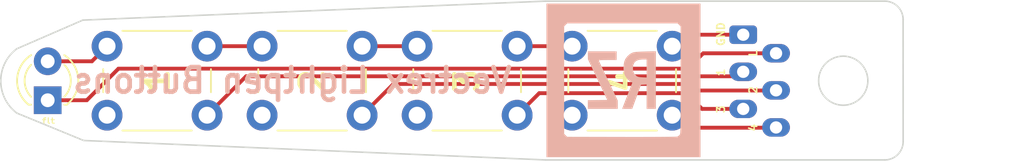
<source format=kicad_pcb>
(kicad_pcb (version 20211014) (generator pcbnew)
  (layers (0 "F.Cu" signal) (31 "B.Cu" signal) (34 "B.Paste" user) (35 "F.Paste" user) (36 "B.SilkS" user "B.Silkscreen") (37 "F.SilkS" user "F.Silkscreen") (38 "B.Mask" user) (39 "F.Mask" user) (44 "Edge.Cuts" user))
  (net 0 "")
  (net 1 "/1")
  (net 2 "/2")
  (net 3 "/3")
  (net 4 "/4")
  (net 5 "GND")
  (net 6 "/Light")
  (footprint "Connector_Wire:SoldeWire_1x06_P2.00mm_ZigZag" (layer "F.Cu") (at 137.1 95.2881 -90)
    (fp_text reference "J1" hide)
    (fp_text value "Conn_01x06" hide)
    (pad "1" thru_hole roundrect (at 0 0 270) (size 1.2 1.8) (drill 0.8) (layers *.Cu *.Mask) (roundrect_rratio 0.208333) (net 5 "GND"))
    (pad "2" thru_hole oval (at 1.20904 -2.1336 270) (size 1.2 1.8) (drill 0.8) (layers *.Cu *.Mask) (net 6 "/Light"))
    (pad "3" thru_hole oval (at 2.41808 0 270) (size 1.2 1.8) (drill 0.8) (layers *.Cu *.Mask) (net 1 "/1"))
    (pad "4" thru_hole oval (at 3.62712 -2.1336 270) (size 1.2 1.8) (drill 0.8) (layers *.Cu *.Mask) (net 2 "/2"))
    (pad "5" thru_hole oval (at 4.83616 0 270) (size 1.2 1.8) (drill 0.8) (layers *.Cu *.Mask) (net 3 "/3"))
    (pad "6" thru_hole oval (at 6.0452 -2.1336 270) (size 1.2 1.8) (drill 0.8) (layers *.Cu *.Mask) (net 4 "/4"))
  )
  (footprint "Button_Switch_THT:SW_PUSH_6mm_H7.3mm" (layer "F.Cu") (at 125.984 96.0353)
    (fp_text reference "SW4" hide)
    (fp_text value "SW_Push" hide)
    (fp_line (start -0.25 1.5) (end -0.25 3) (layer "F.SilkS") (width 0.12))
    (fp_line (start 5.5 -1) (end 1 -1) (layer "F.SilkS") (width 0.12))
    (fp_line (start 1 5.5) (end 5.5 5.5) (layer "F.SilkS") (width 0.12))
    (fp_line (start 6.75 3) (end 6.75 1.5) (layer "F.SilkS") (width 0.12))
    (pad "1" thru_hole circle (at 6.5 0 90) (size 2 2) (drill 1.1) (layers *.Cu *.Mask) (net 5 "GND"))
    (pad "1" thru_hole circle (at 0 0 90) (size 2 2) (drill 1.1) (layers *.Cu *.Mask) (net 5 "GND"))
    (pad "2" thru_hole circle (at 0 4.5 90) (size 2 2) (drill 1.1) (layers *.Cu *.Mask) (net 4 "/4"))
    (pad "2" thru_hole circle (at 6.5 4.5 90) (size 2 2) (drill 1.1) (layers *.Cu *.Mask) (net 4 "/4"))
  )
  (footprint "Button_Switch_THT:SW_PUSH_6mm_H7.3mm" (layer "F.Cu") (at 105.833333 96.0353)
    (fp_text reference "SW2" hide)
    (fp_text value "SW_Push" hide)
    (fp_line (start 6.75 3) (end 6.75 1.5) (layer "F.SilkS") (width 0.12))
    (fp_line (start 5.5 -1) (end 1 -1) (layer "F.SilkS") (width 0.12))
    (fp_line (start -0.25 1.5) (end -0.25 3) (layer "F.SilkS") (width 0.12))
    (fp_line (start 1 5.5) (end 5.5 5.5) (layer "F.SilkS") (width 0.12))
    (pad "1" thru_hole circle (at 6.5 0 90) (size 2 2) (drill 1.1) (layers *.Cu *.Mask) (net 5 "GND"))
    (pad "1" thru_hole circle (at 0 0 90) (size 2 2) (drill 1.1) (layers *.Cu *.Mask) (net 5 "GND"))
    (pad "2" thru_hole circle (at 6.5 4.5 90) (size 2 2) (drill 1.1) (layers *.Cu *.Mask) (net 2 "/2"))
    (pad "2" thru_hole circle (at 0 4.5 90) (size 2 2) (drill 1.1) (layers *.Cu *.Mask) (net 2 "/2"))
  )
  (footprint "Button_Switch_THT:SW_PUSH_6mm_H7.3mm" (layer "F.Cu") (at 115.908666 96.0353)
    (fp_text reference "SW3" hide)
    (fp_text value "SW_Push" hide)
    (fp_line (start -0.25 1.5) (end -0.25 3) (layer "F.SilkS") (width 0.12))
    (fp_line (start 1 5.5) (end 5.5 5.5) (layer "F.SilkS") (width 0.12))
    (fp_line (start 5.5 -1) (end 1 -1) (layer "F.SilkS") (width 0.12))
    (fp_line (start 6.75 3) (end 6.75 1.5) (layer "F.SilkS") (width 0.12))
    (pad "1" thru_hole circle (at 0 0 90) (size 2 2) (drill 1.1) (layers *.Cu *.Mask) (net 5 "GND"))
    (pad "1" thru_hole circle (at 6.5 0 90) (size 2 2) (drill 1.1) (layers *.Cu *.Mask) (net 5 "GND"))
    (pad "2" thru_hole circle (at 0 4.5 90) (size 2 2) (drill 1.1) (layers *.Cu *.Mask) (net 3 "/3"))
    (pad "2" thru_hole circle (at 6.5 4.5 90) (size 2 2) (drill 1.1) (layers *.Cu *.Mask) (net 3 "/3"))
  )
  (footprint "LED_THT:LED_D3.0mm_Clear" (layer "F.Cu") (at 91.9 99.5603 90)
    (fp_text reference "Q1" hide)
    (fp_text value "Q_Photo_NPN_EC" hide)
    (fp_line (start -0.29 1.08) (end -0.29 1.236) (layer "F.SilkS") (width 0.12))
    (fp_line (start -0.29 -1.236) (end -0.29 -1.08) (layer "F.SilkS") (width 0.12))
    (fp_arc (start 2.942335 1.078608) (mid 1.366487 1.987659) (end -0.29 1.235516) (layer "F.SilkS") (width 0.12))
    (fp_arc (start 2.31113 1.079837) (mid 1.270117 1.5) (end 0.229039 1.08) (layer "F.SilkS") (width 0.12))
    (fp_arc (start 0.229039 -1.08) (mid 1.270117 -1.5) (end 2.31113 -1.079837) (layer "F.SilkS") (width 0.12))
    (fp_arc (start -0.29 -1.235516) (mid 1.366487 -1.987659) (end 2.942335 -1.078608) (layer "F.SilkS") (width 0.12))
    (pad "1" thru_hole rect (at 0 0 90) (size 1.8 1.8) (drill 0.9) (layers *.Cu *.Mask) (net 6 "/Light"))
    (pad "2" thru_hole circle (at 2.54 0 90) (size 1.8 1.8) (drill 0.9) (layers *.Cu *.Mask) (net 5 "GND"))
  )
  (footprint "Button_Switch_THT:SW_PUSH_6mm_H7.3mm" (layer "F.Cu") (at 95.758 96.0353)
    (fp_text reference "SW1" hide)
    (fp_text value "SW_Push" hide)
    (fp_line (start 6.75 3) (end 6.75 1.5) (layer "F.SilkS") (width 0.12))
    (fp_line (start -0.25 1.5) (end -0.25 3) (layer "F.SilkS") (width 0.12))
    (fp_line (start 1 5.5) (end 5.5 5.5) (layer "F.SilkS") (width 0.12))
    (fp_line (start 5.5 -1) (end 1 -1) (layer "F.SilkS") (width 0.12))
    (pad "1" thru_hole circle (at 0 0 90) (size 2 2) (drill 1.1) (layers *.Cu *.Mask) (net 5 "GND"))
    (pad "1" thru_hole circle (at 6.5 0 90) (size 2 2) (drill 1.1) (layers *.Cu *.Mask) (net 5 "GND"))
    (pad "2" thru_hole circle (at 6.5 4.5 90) (size 2 2) (drill 1.1) (layers *.Cu *.Mask) (net 1 "/1"))
    (pad "2" thru_hole circle (at 0 4.5 90) (size 2 2) (drill 1.1) (layers *.Cu *.Mask) (net 1 "/1"))
  )
  (footprint "Logo:RZ_10mm_inverted" (layer "B.Cu") (at 129.3368 98.2472 180)
    (fp_text reference "G***" hide)
    (fp_text value "LOGO" hide)
    (fp_poly (pts (xy -1.406198 1.866226) (xy -1.143629 1.8585) (xy -0.940958 1.848756) (xy -0.787338 1.836001) (xy -0.671924 1.819242) (xy -0.583869 1.797487) (xy -0.557589 1.788539) (xy -0.391144 1.696269) (xy -0.235139 1.554637) (xy -0.108626 1.384507) (xy -0.032533 1.213499) (xy 0.004499 1.011072) (xy 0.014682 0.78035) (xy -0.00204 0.555663) (xy -0.031229 0.415313) (xy -0.090989 0.27861) (xy -0.185757 0.134358) (xy -0.298471 0.003714) (xy -0.412064 -0.092166) (xy -0.463132 -0.120155) (xy -0.558184 -0.160121) (xy -0.29664 -0.831801) (xy -0.211975 -1.049512) (xy -0.131364 -1.257314) (xy -0.060113 -1.441487) (xy -0.003531 -1.58831) (xy 0.033075 -1.684061) (xy 0.03502 -1.689206) (xy 0.105135 -1.87493) (xy -0.550555 -1.87493) (xy -1.121953 -0.300696) (xy -1.303874 -0.290003) (xy -1.485794 -0.279311) (xy -1.485794 -1.87493) (xy -2.087187 -1.87493) (xy -2.087187 0.169389) (xy -1.485794 0.169389) (xy -1.205174 0.182132) (xy -1.041298 0.194556) (xy -0.928394 0.217022) (xy -0.846898 0.254006) (xy -0.824881 0.269172) (xy -0.692127 0.404513) (xy -0.617358 0.573153) (xy -0.596339 0.76115) (xy -0.619165 0.974501) (xy -0.689294 1.137191) (xy -0.809209 1.251505) (xy -0.981391 1.319732) (xy -1.20832 1.344159) (xy -1.228766 1.34429) (xy -1.485794 1.34429) (xy -1.485794 0.169389) (xy -2.087187 0.169389) (xy -2.087187 1.882435)) (layer "B.SilkS") (width 0) (fill solid))
    (fp_poly (pts (xy 2.332769 1.618454) (xy 2.330719 1.361978) (xy 1.702866 0.035376) (xy 1.075014 -1.291225) (xy 1.704916 -1.300867) (xy 2.334819 -1.31051) (xy 2.334819 -1.87493) (xy 0.389136 -1.87493) (xy 0.389136 -1.335347) (xy 0.994489 -0.057437) (xy 1.127465 0.223455) (xy 1.251206 0.485177) (xy 1.362374 0.720645) (xy 1.457632 0.922777) (xy 1.533644 1.084488) (xy 1.587071 1.198696) (xy 1.614578 1.258317) (xy 1.617354 1.264694) (xy 1.608564 1.281673) (xy 1.561653 1.293985) (xy 1.468997 1.302221) (xy 1.322969 1.306972) (xy 1.115942 1.308831) (xy 1.047378 1.308914) (xy 0.459888 1.308914) (xy 0.459888 1.874931) (xy 2.334819 1.874931)) (layer "B.SilkS") (width 0) (fill solid))
    (fp_poly (pts (xy 5.023398 -5.023398) (xy -4.988022 -5.023398) (xy -4.988022 0.00291) (xy -3.696797 0.00291) (xy -3.696773 -0.571844) (xy -3.696644 -1.080048) (xy -3.696328 -1.525902) (xy -3.695742 -1.913607) (xy -3.694803 -2.247365) (xy -3.693427 -2.531377) (xy -3.691532 -2.769845) (xy -3.689033 -2.966968) (xy -3.685849 -3.126949) (xy -3.681896 -3.253989) (xy -3.67709 -3.352289) (xy -3.67135 -3.42605) (xy -3.664591 -3.479473) (xy -3.65673 -3.51676) (xy -3.647685 -3.542112) (xy -3.637372 -3.55973) (xy -3.626045 -3.573442) (xy -3.549541 -3.641894) (xy -3.484541 -3.681306) (xy -3.439916 -3.685321) (xy -3.329397 -3.689039) (xy -3.157842 -3.692429) (xy -2.930107 -3.695461) (xy -2.65105 -3.698105) (xy -2.325529 -3.700331) (xy -1.958401 -3.702109) (xy -1.554523 -3.703409) (xy -1.118753 -3.704202) (xy -0.655948 -3.704456) (xy -0.170966 -3.704142) (xy 0.131863 -3.703662) (xy 3.677514 -3.696796) (xy 3.775595 -3.598708) (xy 3.873677 -3.50062) (xy 3.873677 3.500621) (xy 3.775589 3.598709) (xy 3.6775 3.696797) (xy -3.500621 3.696797) (xy -3.696797 3.500621) (xy -3.696797 0.00291) (xy -4.988022 0.00291) (xy -4.988022 4.988022) (xy 5.023398 4.988022)) (layer "B.SilkS") (width 0) (fill solid))
  )
  (gr_line (start 94.1832 94.3356) (end 89.9 96.2) (layer "Edge.Cuts") (width 0.1))
  (gr_line (start 146.3 103.449631) (end 124.25 103.45) (layer "Edge.Cuts") (width 0.1))
  (gr_arc (start 146.2972 93.1) (mid 147.141344 93.449656) (end 147.491 94.2938) (layer "Edge.Cuts") (width 0.1))
  (gr_line (start 124.25 93.1) (end 94.1832 94.3356) (layer "Edge.Cuts") (width 0.1))
  (gr_line (start 94.234 102.1842) (end 124.25 103.45) (layer "Edge.Cuts") (width 0.1))
  (gr_circle (center 143.6 98.2853) (end 145.2 98.2853) (layer "Edge.Cuts") (width 0.1) (fill none))
  (gr_line (start 94.234 102.1842) (end 89.9 100.4) (layer "Edge.Cuts") (width 0.1))
  (gr_arc (start 89.9 100.4) (mid 88.850082 98.3) (end 89.9 96.2) (layer "Edge.Cuts") (width 0.1))
  (gr_arc (start 147.4938 102.255831) (mid 147.144173 103.100004) (end 146.3 103.449631) (layer "Edge.Cuts") (width 0.1))
  (gr_line (start 124.25 93.1) (end 146.2972 93.1) (layer "Edge.Cuts") (width 0.1))
  (gr_line (start 147.491 94.2938) (end 147.4938 102.255831) (layer "Edge.Cuts") (width 0.1))
  (gr_text "Vectrex Lightpen Buttons" (at 107.7976 98.2726) (layer "B.SilkS") (effects (font (size 1.6 1.5) (thickness 0.3)) (justify mirror)))
  (gr_text "GND" (at 135.65 95.25 90) (layer "F.SilkS") (effects (font (size 0.5 0.5) (thickness 0.1))))
  (gr_text "4" (at 137.75 101.35 90) (layer "F.SilkS") (effects (font (size 0.5 0.5) (thickness 0.1))))
  (gr_text "L" (at 137.75 96.5 90) (layer "F.SilkS") (effects (font (size 0.5 0.5) (thickness 0.1))))
  (gr_text "1" (at 99 98.3 90) (layer "F.SilkS") (effects (font (size 1.5 1.5) (thickness 0.3))))
  (gr_text "3" (at 119.15 98.3 90) (layer "F.SilkS") (effects (font (size 1.5 1.5) (thickness 0.3))))
  (gr_text "2" (at 137.75 98.9 90) (layer "F.SilkS") (effects (font (size 0.5 0.5) (thickness 0.1))))
  (gr_text "flt" (at 91.95 100.9) (layer "F.SilkS") (effects (font (size 0.35 0.5) (thickness 0.075))))
  (gr_text "2" (at 109.1 98.3 90) (layer "F.SilkS") (effects (font (size 1.5 1.5) (thickness 0.3))))
  (gr_text "3" (at 135.65 100.15 90) (layer "F.SilkS") (effects (font (size 0.5 0.5) (thickness 0.1))))
  (gr_text "4" (at 129.25 98.3 90) (layer "F.SilkS") (effects (font (size 1.5 1.5) (thickness 0.3))))
  (gr_text "1" (at 135.65 97.75 90) (layer "F.SilkS") (effects (font (size 0.5 0.5) (thickness 0.1))))
  (segment (start 137.1 97.70618) (end 136.80618 98) (width 0.25) (layer "F.Cu") (net 1))
  (segment (start 136.80618 98) (end 104.7933 98) (width 0.25) (layer "F.Cu") (net 1))
  (segment (start 104.7933 98) (end 102.258 100.5353) (width 0.25) (layer "F.Cu") (net 1))
  (segment (start 134.1253 98.9253) (end 133.7 98.5) (width 0.25) (layer "F.Cu") (net 2))
  (segment (start 114.368633 98.5) (end 112.333333 100.5353) (width 0.25) (layer "F.Cu") (net 2))
  (segment (start 133.7 98.5) (end 114.368633 98.5) (width 0.25) (layer "F.Cu") (net 2))
  (segment (start 139.2336 98.91522) (end 139.22352 98.9253) (width 0.25) (layer "F.Cu") (net 2))
  (segment (start 139.22352 98.9253) (end 134.1253 98.9253) (width 0.25) (layer "F.Cu") (net 2))
  (segment (start 137.1 100.12426) (end 134.42426 100.12426) (width 0.25) (layer "F.Cu") (net 3))
  (segment (start 123.843966 99.1) (end 122.408666 100.5353) (width 0.25) (layer "F.Cu") (net 3))
  (segment (start 134.42426 100.12426) (end 133.4 99.1) (width 0.25) (layer "F.Cu") (net 3))
  (segment (start 133.4 99.1) (end 123.843966 99.1) (width 0.25) (layer "F.Cu") (net 3))
  (segment (start 139.2169 101.35) (end 133.2987 101.35) (width 0.25) (layer "F.Cu") (net 4))
  (segment (start 139.2336 101.3333) (end 139.2169 101.35) (width 0.25) (layer "F.Cu") (net 4))
  (segment (start 133.2987 101.35) (end 132.484 100.5353) (width 0.25) (layer "F.Cu") (net 4))
  (segment (start 137.1 95.2881) (end 133.2312 95.2881) (width 0.25) (layer "F.Cu") (net 5))
  (segment (start 133.2312 95.2881) (end 132.484 96.0353) (width 0.25) (layer "F.Cu") (net 5))
  (segment (start 94.773 97.0203) (end 95.758 96.0353) (width 0.25) (layer "F.Cu") (net 5))
  (segment (start 102.258 96.0353) (end 105.833333 96.0353) (width 0.25) (layer "F.Cu") (net 5))
  (segment (start 112.333333 96.0353) (end 115.908666 96.0353) (width 0.25) (layer "F.Cu") (net 5))
  (segment (start 122.408666 96.0353) (end 125.984 96.0353) (width 0.25) (layer "F.Cu") (net 5))
  (segment (start 91.9 97.0203) (end 94.773 97.0203) (width 0.25) (layer "F.Cu") (net 5))
  (segment (start 133.5 97.5) (end 96.5 97.5) (width 0.25) (layer "F.Cu") (net 6))
  (segment (start 96.5 97.5) (end 94.4397 99.5603) (width 0.25) (layer "F.Cu") (net 6))
  (segment (start 139.23074 96.5) (end 134.5 96.5) (width 0.25) (layer "F.Cu") (net 6))
  (segment (start 134.5 96.5) (end 133.5 97.5) (width 0.25) (layer "F.Cu") (net 6))
  (segment (start 94.4397 99.5603) (end 91.9 99.5603) (width 0.25) (layer "F.Cu") (net 6))
  (segment (start 139.2336 96.49714) (end 139.23074 96.5) (width 0.25) (layer "F.Cu") (net 6))
)
</source>
